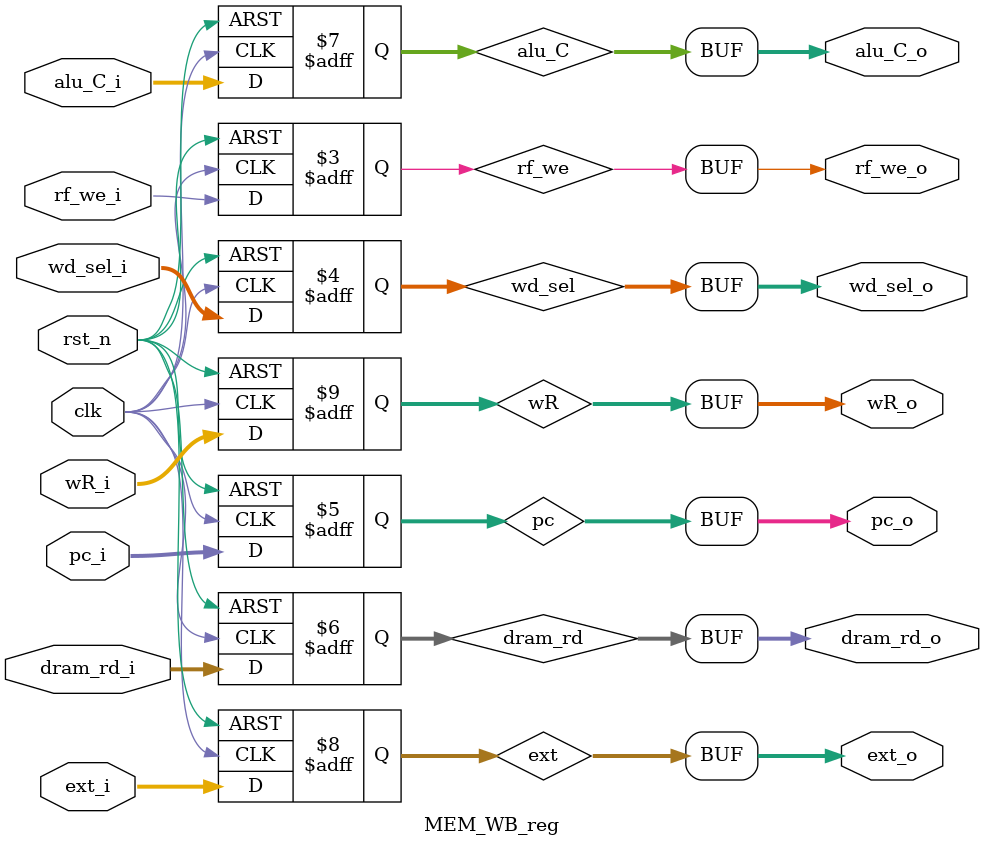
<source format=v>
`timescale 1ns / 1ps

module MEM_WB_reg(
    input       clk,
    input       rst_n,
    input       rf_we_i,
    input [1:0] wd_sel_i,
    input [31:0] pc_i,
    input [31:0] dram_rd_i,
    input [31:0] alu_C_i,
    input [31:0] ext_i,
    input [4:0]  wR_i,
    output       rf_we_o,
    output [1:0] wd_sel_o,
    output [31:0] pc_o,
    output [31:0] dram_rd_o,
    output [31:0] alu_C_o,
    output [31:0] ext_o,
    output [4:0] wR_o
    );
    reg       rf_we;
    reg [1:0] wd_sel;
    reg [31:0] pc;
    reg [31:0] dram_rd;
    reg [31:0] alu_C;
    reg [31:0] ext;
    reg [4:0]  wR;
    assign wR_o = wR;
    assign rf_we_o = rf_we;
    assign wd_sel_o = wd_sel;
    assign pc_o = pc;
    assign alu_C_o = alu_C;
    assign dram_rd_o = dram_rd;
    assign ext_o = ext;

    always@(posedge clk or negedge rst_n) begin
        if (~rst_n) begin
            rf_we <= 0;
            wd_sel <= 2'b0;
            pc <= 32'b0;
            alu_C <= 32'b0;
            dram_rd <= 32'b0;
            ext <= 32'b0;
            wR <= 5'b0;
        end
        else begin
            rf_we <= rf_we_i;
            wd_sel <= wd_sel_i;
            pc <= pc_i;
            alu_C <= alu_C_i;
            dram_rd <= dram_rd_i;
            ext <= ext_i;
            wR <= wR_i;            
        end
    end
endmodule

</source>
